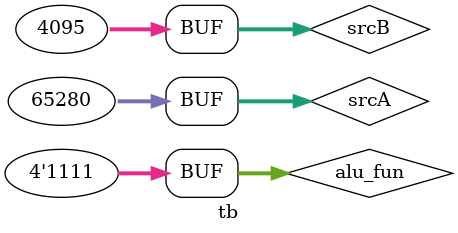
<source format=v>
`timescale 1ns / 1ps


module tb( );

   wire [31:0] result; 
   reg [3:0] alu_fun; 
   reg [31:0] srcA,srcB; 
   
alu  my_alu (
    .alu_fun  (alu_fun),
    .srcA     (srcA),
    .srcB     (srcB),
    .result   (result)
    );
   
   initial 
   begin
   
      alu_fun = 0;     // addition
      srcA = 32'd25; 
      srcB = 32'd26;       
      
      #20             // subtraction
      alu_fun = 8; 
      srcA = 32'd25; 
      srcB = 32'd26;          
      
      #20             // subtraction
      alu_fun = 8; 
      srcA = 32'hFFFFFFFFF; 
      srcB = 32'd1;    
     
       #20             // OR
      alu_fun = 6; 
      srcA = 32'h0000AAAA; 
      srcB = 32'h00005555;   
      
       #20             // AND
      alu_fun = 7; 
      srcA = 32'h0000AAAA; 
      srcB = 32'h00005555;   

       #20             // XOR
      alu_fun = 4; 
      srcA = 32'h0000AAAA; 
      srcB = 32'h00005555;    

       #20             // shift right
      alu_fun = 5; 
      srcA = 32'h0000FF00; 
      srcB = 32'h00000005;   
      
       #20             // shift left
      alu_fun = 1; 
      srcA = 32'h0000FF00; 
      srcB = 32'h00000005;
      
       #20             // shift right arithmetic
      alu_fun = 13; 
      srcA = 32'h8000FF00; 
      srcB = 32'h00000005;          
        
       #20             // set if less than signed
      alu_fun = 2; 
      srcA = 32'h8000FF00; 
      srcB = 32'h00000005;    

       #20             // set if less than unsigned
      alu_fun = 3; 
      srcA = 32'h8000FF00; 
      srcB = 32'h00000005; 
      
       #20             // set if less than unsigned
      alu_fun = 9; 
      srcA = 32'h0000FF00; 
      srcB = 32'h00000FFF;      
      
      #20             // set if less than unsigned
      alu_fun = 15; 
      srcA = 32'h0000FF00; 
      srcB = 32'h00000FFF;   
     
   end  

endmodule

</source>
